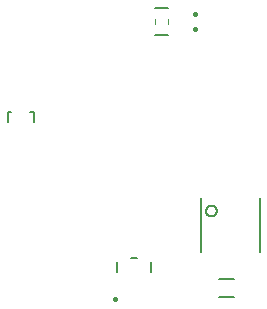
<source format=gbo>
G75*
%MOIN*%
%OFA0B0*%
%FSLAX25Y25*%
%IPPOS*%
%LPD*%
%AMOC8*
5,1,8,0,0,1.08239X$1,22.5*
%
%ADD10C,0.01600*%
%ADD11C,0.00800*%
%ADD12C,0.00492*%
%ADD13C,0.00500*%
%ADD14C,0.00600*%
D10*
X0124922Y0102880D02*
X0124922Y0103120D01*
X0151422Y0192880D02*
X0151422Y0193120D01*
X0151422Y0197880D02*
X0151422Y0198120D01*
D11*
X0097752Y0165256D02*
X0097752Y0162106D01*
X0097752Y0165256D02*
X0096571Y0165256D01*
X0090272Y0165256D02*
X0089091Y0165256D01*
X0089091Y0162106D01*
X0130115Y0116691D02*
X0132228Y0116691D01*
X0136772Y0115191D02*
X0136772Y0111809D01*
X0125572Y0111809D02*
X0125572Y0115191D01*
X0159422Y0109500D02*
X0164422Y0109500D01*
X0164422Y0103500D02*
X0159422Y0103500D01*
D12*
X0142587Y0194713D02*
X0142587Y0196287D01*
X0138256Y0196287D02*
X0138256Y0194713D01*
D13*
X0138256Y0190972D02*
X0142587Y0190972D01*
X0142587Y0200028D02*
X0138256Y0200028D01*
D14*
X0153522Y0136487D02*
X0153522Y0118513D01*
X0173322Y0118513D02*
X0173322Y0136487D01*
X0155222Y0132300D02*
X0155224Y0132384D01*
X0155230Y0132469D01*
X0155240Y0132552D01*
X0155254Y0132636D01*
X0155271Y0132718D01*
X0155293Y0132800D01*
X0155318Y0132880D01*
X0155347Y0132959D01*
X0155380Y0133037D01*
X0155416Y0133113D01*
X0155456Y0133188D01*
X0155500Y0133260D01*
X0155546Y0133331D01*
X0155596Y0133399D01*
X0155649Y0133464D01*
X0155705Y0133527D01*
X0155764Y0133588D01*
X0155826Y0133645D01*
X0155890Y0133700D01*
X0155957Y0133751D01*
X0156026Y0133800D01*
X0156098Y0133845D01*
X0156171Y0133886D01*
X0156246Y0133924D01*
X0156323Y0133959D01*
X0156402Y0133990D01*
X0156482Y0134017D01*
X0156563Y0134040D01*
X0156645Y0134060D01*
X0156728Y0134076D01*
X0156811Y0134088D01*
X0156896Y0134096D01*
X0156980Y0134100D01*
X0157064Y0134100D01*
X0157148Y0134096D01*
X0157233Y0134088D01*
X0157316Y0134076D01*
X0157399Y0134060D01*
X0157481Y0134040D01*
X0157562Y0134017D01*
X0157642Y0133990D01*
X0157721Y0133959D01*
X0157798Y0133924D01*
X0157873Y0133886D01*
X0157946Y0133845D01*
X0158018Y0133800D01*
X0158087Y0133751D01*
X0158154Y0133700D01*
X0158218Y0133645D01*
X0158280Y0133588D01*
X0158339Y0133527D01*
X0158395Y0133464D01*
X0158448Y0133399D01*
X0158498Y0133331D01*
X0158544Y0133260D01*
X0158588Y0133188D01*
X0158628Y0133113D01*
X0158664Y0133037D01*
X0158697Y0132959D01*
X0158726Y0132880D01*
X0158751Y0132800D01*
X0158773Y0132718D01*
X0158790Y0132636D01*
X0158804Y0132552D01*
X0158814Y0132469D01*
X0158820Y0132384D01*
X0158822Y0132300D01*
X0158820Y0132216D01*
X0158814Y0132131D01*
X0158804Y0132048D01*
X0158790Y0131964D01*
X0158773Y0131882D01*
X0158751Y0131800D01*
X0158726Y0131720D01*
X0158697Y0131641D01*
X0158664Y0131563D01*
X0158628Y0131487D01*
X0158588Y0131412D01*
X0158544Y0131340D01*
X0158498Y0131269D01*
X0158448Y0131201D01*
X0158395Y0131136D01*
X0158339Y0131073D01*
X0158280Y0131012D01*
X0158218Y0130955D01*
X0158154Y0130900D01*
X0158087Y0130849D01*
X0158018Y0130800D01*
X0157946Y0130755D01*
X0157873Y0130714D01*
X0157798Y0130676D01*
X0157721Y0130641D01*
X0157642Y0130610D01*
X0157562Y0130583D01*
X0157481Y0130560D01*
X0157399Y0130540D01*
X0157316Y0130524D01*
X0157233Y0130512D01*
X0157148Y0130504D01*
X0157064Y0130500D01*
X0156980Y0130500D01*
X0156896Y0130504D01*
X0156811Y0130512D01*
X0156728Y0130524D01*
X0156645Y0130540D01*
X0156563Y0130560D01*
X0156482Y0130583D01*
X0156402Y0130610D01*
X0156323Y0130641D01*
X0156246Y0130676D01*
X0156171Y0130714D01*
X0156098Y0130755D01*
X0156026Y0130800D01*
X0155957Y0130849D01*
X0155890Y0130900D01*
X0155826Y0130955D01*
X0155764Y0131012D01*
X0155705Y0131073D01*
X0155649Y0131136D01*
X0155596Y0131201D01*
X0155546Y0131269D01*
X0155500Y0131340D01*
X0155456Y0131412D01*
X0155416Y0131487D01*
X0155380Y0131563D01*
X0155347Y0131641D01*
X0155318Y0131720D01*
X0155293Y0131800D01*
X0155271Y0131882D01*
X0155254Y0131964D01*
X0155240Y0132048D01*
X0155230Y0132131D01*
X0155224Y0132216D01*
X0155222Y0132300D01*
M02*

</source>
